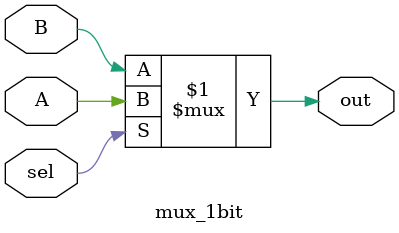
<source format=v>
module CSA_16bit(
	input [15:0] A,
	input [15:0] B,
	input Ci,
	output [15:0] S,
	output Co
	);
	wire cout, cout1, cout2;
	wire [7:0] S1, S2, S3, S4;
	
	//p7-p0
	RCA_8bit rca7_0(.a(A[7:0]), .b(B[7:0]), .ci(Ci), .Sum(S1), .Cout(cout)); 
	
	//p15-p8
	RCA_8bit rca15_8_0(.a(A[15:8]), .b(B[15:8]), .ci(1'b0), .Sum(S2), .Cout(cout1));
	RCA_8bit rca15_8_1(.a(A[15:8]), .b(B[15:8]), .ci(1'b1), .Sum(S3), .Cout(cout2));
	
	mux_8bit mux1(.A(S3), .B(S2), .sel(cout), .out(S4));
	mux_1bit mux2(.A(cout2), .B(cout1), .sel(cout), .out(Co));
	
	assign S = {S4, S1}; //从最高位到最低位
	
endmodule 

module RCA_8bit(
	input [7:0] a,
	input [7:0] b,
	input ci,
	output [7:0] Sum,
	output Cout
	);
	
	wire [7:0] cout;

	adder p0(.A(a[0]), .B(b[0]), .Cin(ci), .Sum(Sum[0]), .Cout(cout[0]));
	adder p1(.A(a[1]), .B(b[1]), .Cin(cout[0]), .Sum(Sum[1]), .Cout(cout[1]));
	adder p2(.A(a[2]), .B(b[2]), .Cin(cout[1]), .Sum(Sum[2]), .Cout(cout[2]));
	adder p3(.A(a[3]), .B(b[3]), .Cin(cout[2]), .Sum(Sum[3]), .Cout(cout[3]));
	adder p4(.A(a[4]), .B(b[4]), .Cin(cout[3]), .Sum(Sum[4]), .Cout(cout[4]));
	adder p5(.A(a[5]), .B(b[5]), .Cin(cout[4]), .Sum(Sum[5]), .Cout(cout[5]));
	adder p6(.A(a[6]), .B(b[6]), .Cin(cout[5]), .Sum(Sum[6]), .Cout(cout[6]));
	adder p7(.A(a[7]), .B(b[7]), .Cin(cout[6]), .Sum(Sum[7]), .Cout(cout[7]));
	
	assign Cout = cout[7];	
	
endmodule

module adder(
	input A, 
	input B, 
	input Cin, 
	output Sum, 
	output Cout
	);
	
	wire X1;
	xor (X1, A, B);
	
	wire A1, A2;
	and (A1, A, B);
	and (A2, X1, Cin);
	
	xor (Sum, X1, Cin);
	or (Cout, A1, A2);
	
endmodule

module mux_8bit(
	input [7:0] A,
	input [7:0] B,
	input sel,
	output [7:0] out
	);
	
	assign out = sel ? A : B;
	
endmodule 

module mux_1bit(
	input A,
	input B,
	input sel,
	output out
	);
	
	assign out = sel ? A : B;
	
endmodule 

</source>
